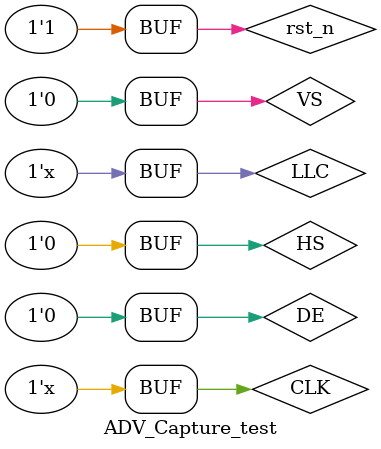
<source format=v>
`timescale 1ns / 1ps


module ADV_Capture_test;

	// Inputs
	reg rst_n;
	reg [15:0] Pixel_Bus;
	reg HS;
	reg VS;
	reg DE;
	reg LLC;
	reg CLK;
	reg txe_n;

	// Outputs
	wire [31:0] data;
	wire [3:0] be;
	wire wr_n;

	// Instantiate the Unit Under Test (UUT)
	ADV_Capture uut (
		.rst_n(rst_n), 
		.Pixel_Bus(Pixel_Bus), 
		.HS(HS), 
		.VS(VS), 
		.DE(DE), 
		.LLC(LLC), 
		.CLK(CLK), 
		.txe_n(txe_n), 
		.data(data), 
		.be(be), 
		.wr_n(wr_n)
	);
	reg [21:0] cnt;
	initial begin
		// Initialize Inputs
		rst_n = 1;
		Pixel_Bus = 0;
		HS = 0;
		VS = 0;
		DE = 0;
		LLC = 0;
		CLK = 0;
		txe_n = 1;

		// Wait 100 ns for global reset to finish
		#100;
      rst_n = 0;
		#100;
		rst_n = 1;
		txe_n = 0;
		// Add stimulus here
		#120;
		VS = 1;
		#4000;
		DE = 1;
		#25600;
		DE = 0;
		#4000;
		VS = 0;
		
	end
	
	always #20 LLC=~LLC;
	always @ (negedge LLC)
	begin
		Pixel_Bus <= Pixel_Bus + 1'b1;
	end
	
	always #7 CLK=~CLK;
   always @ (negedge CLK)
	begin
		if(!rst_n)
		begin
			cnt <= 0;
		end
		else
		begin
			if(cnt == 100)
			begin
				txe_n <= 1;
				cnt <= cnt + 1;
			end
			else if(cnt == 120)
				begin
					txe_n <= 0;
					cnt <= 0;
				end
			else 
				cnt <= cnt + 1;
		end
	end
endmodule


</source>
